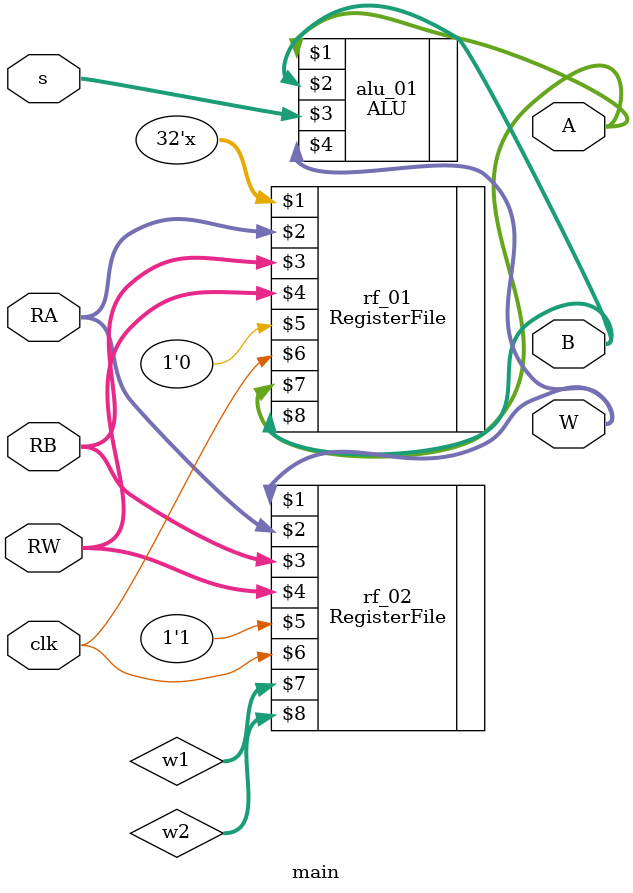
<source format=v>
/*
    Include the required modules
*/
`include "RegisterFile.v"
`include "ALU.v"

/*
    Module to implement the running of a register file
    Input: Three 4-bit address (RA, RB for reading, RW for writing), select input for operation (s), clock
    Output: Three 32-bit numbers (A, B read from memory, W written to memory)
*/
module main (input [4:0] RA, RB, RW, input [2:0] s, input clk, output [31:0] A, B, W);

    wire [31:0] w1, w2;
    /*
        Read the numbers from the register file present at the address RA and RB
    */
    RegisterFile rf_01 ({32{1'bx}}, RA, RB, RW, 1'b0, clk, A, B);
    /*
        Perform the specified operation on the two numbers
    */
    ALU alu_01 (A, B, s, W);
    /*
        Write the output from the ALU at the address RW
    */
    RegisterFile rf_02 (W, RA, RB, RW, 1'b1, clk, w1, w2);

endmodule

</source>
